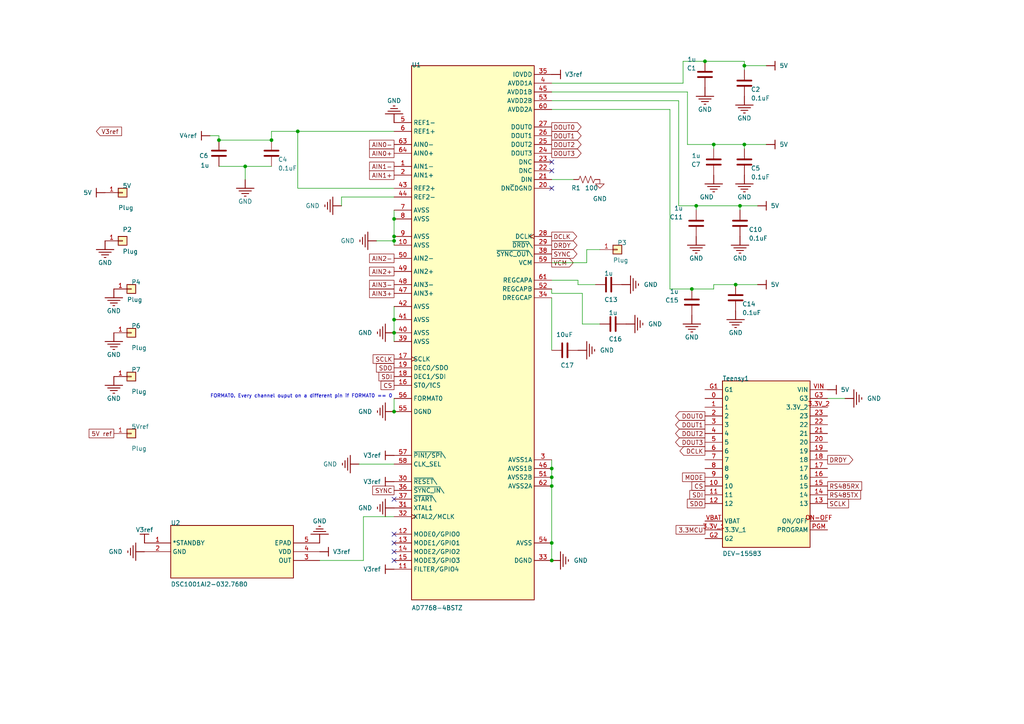
<source format=kicad_sch>
(kicad_sch (version 20211123) (generator eeschema)
  (paper "A4")
  (lib_symbols
    (symbol "0_dsc1001ai2-032.7680:0_DSC1001AI2-032.7680"
      (property "Reference" "U2" (at 7.62 5.08 0))
      (property "Value" "DSC1001AI2-032.7680" (at 7.62 -12.7 0))
      (symbol "0_DSC1001AI2-032.7680_1_0"
        (rectangle (start 43.18 5.08) (end 7.62 -10.16) (stroke (width 0.254)) (fill (type background)))
        (pin input line (at 0 0 0) (length 7.62) (name "*STANDBY") (number "1"))
        (pin passive line (at 0 -2.54 0) (length 7.62) (name "GND") (number "2"))
        (pin output line (at 50.8 -5.08 180) (length 7.62) (name "OUT") (number "3"))
        (pin power_in line (at 50.8 -2.54 180) (length 7.62) (name "VDD") (number "4"))
        (pin passive line (at 50.8 0 180) (length 7.62) (name "EPAD") (number "5"))
      )
    )
    (symbol "Connector_Generic:Conn_01x01" (pin_names (offset 1.016) hide)
      (property "Reference" "J" (at 0 2.54 0))
      (property "Value" "Conn_01x01" (at 0 -2.54 0))
      (symbol "Conn_01x01_1_1"
        (rectangle (start -1.27 0.127) (end 0 -0.127) (stroke (width 0.1524)))
        (rectangle (start -1.27 1.27) (end 1.27 -1.27) (stroke (width 0.254)) (fill (type background)))
        (pin passive line (at -5.08 0 0) (length 3.81) (name "Pin_1") (number "1"))
      )
    )
    (symbol "Device:C" (pin_numbers hide) (pin_names (offset 0.254))
      (property "Reference" "C" (at 0.635 2.54 0))
      (property "Value" "C" (at 0.635 -2.54 0))
      (symbol "C_0_1"
        (polyline (pts (xy -2.032 -0.762) (xy 2.032 -0.762)) (stroke (width 0.508)))
        (polyline (pts (xy -2.032 0.762) (xy 2.032 0.762)) (stroke (width 0.508)))
      )
      (symbol "C_1_1"
        (pin passive line (at 0 3.81 270) (length 2.794) (name "~") (number "1"))
        (pin passive line (at 0 -3.81 90) (length 2.794) (name "~") (number "2"))
      )
    )
    (symbol "Device:R_US" (pin_numbers hide) (pin_names (offset 0))
      (property "Reference" "R" (at 2.54 0 90))
      (property "Value" "R_US" (at -2.54 0 90))
      (symbol "R_US_0_1"
        (polyline (pts (xy 0 -2.286) (xy 0 -2.54)))
        (polyline (pts (xy 0 2.286) (xy 0 2.54)))
        (polyline (pts (xy 0 -0.762) (xy 1.016 -1.143) (xy 0 -1.524) (xy -1.016 -1.905) (xy 0 -2.286)))
        (polyline (pts (xy 0 0.762) (xy 1.016 0.381) (xy 0 0) (xy -1.016 -0.381) (xy 0 -0.762)))
        (polyline (pts (xy 0 2.286) (xy 1.016 1.905) (xy 0 1.524) (xy -1.016 1.143) (xy 0 0.762)))
      )
      (symbol "R_US_1_1"
        (pin passive line (at 0 3.81 270) (length 1.27) (name "~") (number "1"))
        (pin passive line (at 0 -3.81 90) (length 1.27) (name "~") (number "2"))
      )
    )
    (symbol "ad7768-altium-import:5V" (power)
      (property "Reference" "#PWR" (at 0 0 0))
      (property "Value" "5V" (at 0 3.81 0))
      (symbol "5V_0_0"
        (polyline (pts (xy -1.27 -2.54) (xy 1.27 -2.54)) (stroke (width 0.254)))
        (polyline (pts (xy 0 0) (xy 0 -2.54)) (stroke (width 0.254)))
        (pin power_in line (at 0 0 0) (length 0) hide (name "5V") (number ""))
      )
    )
    (symbol "ad7768-altium-import:GND" (power)
      (property "Reference" "#PWR" (at 0 0 0))
      (property "Value" "GND" (at 0 6.35 0))
      (symbol "GND_0_0"
        (polyline (pts (xy -2.54 -2.54) (xy 2.54 -2.54)) (stroke (width 0.254)))
        (polyline (pts (xy -1.778 -3.302) (xy 1.778 -3.302)) (stroke (width 0.254)))
        (polyline (pts (xy -1.016 -4.064) (xy 1.016 -4.064)) (stroke (width 0.254)))
        (polyline (pts (xy -0.254 -4.826) (xy 0.254 -4.826)) (stroke (width 0.254)))
        (polyline (pts (xy 0 0) (xy 0 -2.54)) (stroke (width 0.254)))
        (pin power_in line (at 0 0 0) (length 0) hide (name "GND") (number ""))
      )
    )
    (symbol "ad7768-altium-import:V3ref" (power)
      (property "Reference" "#PWR" (at 0 0 0))
      (property "Value" "V3ref" (at 0 3.81 0))
      (symbol "V3ref_0_0"
        (polyline (pts (xy -1.27 -2.54) (xy 1.27 -2.54)) (stroke (width 0.254)))
        (polyline (pts (xy 0 0) (xy 0 -2.54)) (stroke (width 0.254)))
        (pin power_in line (at 0 0 0) (length 0) hide (name "V3ref") (number ""))
      )
    )
    (symbol "ad7768-altium-import:V4ref" (power)
      (property "Reference" "#PWR" (at 0 0 0))
      (property "Value" "V4ref" (at 0 3.81 0))
      (symbol "V4ref_0_0"
        (polyline (pts (xy -1.27 -2.54) (xy 1.27 -2.54)) (stroke (width 0.254)))
        (polyline (pts (xy 0 0) (xy 0 -2.54)) (stroke (width 0.254)))
        (pin power_in line (at 0 0 0) (length 0) hide (name "V4ref") (number ""))
      )
    )
    (symbol "lib:AD7768-4BSTZ"
      (property "Reference" "U1" (at -17.78 65.532 0))
      (property "Value" "AD7768-4BSTZ" (at -17.78 -91.948 0))
      (symbol "AD7768-4BSTZ_1_0"
        (rectangle (start 17.78 66.04) (end -17.78 -88.9) (stroke (width 0.254)) (fill (type background)))
        (pin input line (at -22.86 36.83 0) (length 5.08) (name "AIN1-") (number "1"))
        (pin input line (at -22.86 13.97 0) (length 5.08) (name "AVSS") (number "10"))
        (pin bidirectional line (at -22.86 -80.01 0) (length 5.08) (name "FILTER/GPIO4") (number "11"))
        (pin bidirectional line (at -22.86 -69.85 0) (length 5.08) (name "MODE0/GPIO0") (number "12"))
        (pin bidirectional line (at -22.86 -72.39 0) (length 5.08) (name "MODE1/GPIO1") (number "13"))
        (pin bidirectional line (at -22.86 -74.93 0) (length 5.08) (name "MODE2/GPIO2") (number "14"))
        (pin bidirectional line (at -22.86 -77.47 0) (length 5.08) (name "MODE3/GPIO3") (number "15"))
        (pin input line (at -22.86 -26.67 0) (length 5.08) (name "ST0/!CS") (number "16"))
        (pin input clock (at -22.86 -19.05 0) (length 5.08) (name "SCLK") (number "17"))
        (pin input line (at -22.86 -24.13 0) (length 5.08) (name "DEC1/SDI") (number "18"))
        (pin bidirectional line (at -22.86 -21.59 0) (length 5.08) (name "DEC0/SDO") (number "19"))
        (pin input line (at -22.86 34.29 0) (length 5.08) (name "AIN1+") (number "2"))
        (pin output line (at 22.86 30.48 180) (length 5.08) (name "DN~{C}DGND") (number "20"))
        (pin output line (at 22.86 33.02 180) (length 5.08) (name "DIN") (number "21"))
        (pin output line (at 22.86 35.56 180) (length 5.08) (name "DNC") (number "22"))
        (pin output line (at 22.86 38.1 180) (length 5.08) (name "DNC") (number "23"))
        (pin output line (at 22.86 40.64 180) (length 5.08) (name "DOUT3") (number "24"))
        (pin output line (at 22.86 43.18 180) (length 5.08) (name "DOUT2") (number "25"))
        (pin output line (at 22.86 45.72 180) (length 5.08) (name "DOUT1") (number "26"))
        (pin output line (at 22.86 48.26 180) (length 5.08) (name "DOUT0") (number "27"))
        (pin output clock (at 22.86 16.51 180) (length 5.08) (name "DCLK") (number "28"))
        (pin output line (at 22.86 13.97 180) (length 5.08) (name "~{DRDY}\\") (number "29"))
        (pin power_in line (at 22.86 -48.26 180) (length 5.08) (name "AVSS1A") (number "3"))
        (pin input line (at -22.86 -54.61 0) (length 5.08) (name "~{RESET}\\") (number "30"))
        (pin input line (at -22.86 -62.23 0) (length 5.08) (name "XTAL1") (number "31"))
        (pin input clock (at -22.86 -64.77 0) (length 5.08) (name "XTAL2/MCLK") (number "32"))
        (pin power_in line (at 22.86 -77.47 180) (length 5.08) (name "DGND") (number "33"))
        (pin output line (at 22.86 -1.27 180) (length 5.08) (name "DREGCAP") (number "34"))
        (pin power_in line (at 22.86 63.5 180) (length 5.08) (name "IOVDD") (number "35"))
        (pin input line (at -22.86 -57.15 0) (length 5.08) (name "~{SYNC_IN}\\") (number "36"))
        (pin input line (at -22.86 -59.69 0) (length 5.08) (name "~{START}\\") (number "37"))
        (pin output line (at 22.86 11.43 180) (length 5.08) (name "~{SYNC_OUT}\\") (number "38"))
        (pin input line (at -22.86 -13.97 0) (length 5.08) (name "AVSS") (number "39"))
        (pin power_in line (at 22.86 60.96 180) (length 5.08) (name "AVDD1A") (number "4"))
        (pin input line (at -22.86 -11.43 0) (length 5.08) (name "AVSS") (number "40"))
        (pin input line (at -22.86 -7.62 0) (length 5.08) (name "AVSS") (number "41"))
        (pin input line (at -22.86 -3.81 0) (length 5.08) (name "AVSS") (number "42"))
        (pin input line (at -22.86 30.48 0) (length 5.08) (name "REF2+") (number "43"))
        (pin input line (at -22.86 27.94 0) (length 5.08) (name "REF2-") (number "44"))
        (pin power_in line (at 22.86 58.42 180) (length 5.08) (name "AVDD1B") (number "45"))
        (pin power_in line (at 22.86 -50.8 180) (length 5.08) (name "AVSS1B") (number "46"))
        (pin input line (at -22.86 0 0) (length 5.08) (name "AIN3+") (number "47"))
        (pin input line (at -22.86 2.54 0) (length 5.08) (name "AIN3-") (number "48"))
        (pin input line (at -22.86 6.35 0) (length 5.08) (name "AIN2+") (number "49"))
        (pin input line (at -22.86 49.53 0) (length 5.08) (name "REF1-") (number "5"))
        (pin input line (at -22.86 10.16 0) (length 5.08) (name "AIN2-") (number "50"))
        (pin power_in line (at 22.86 -53.34 180) (length 5.08) (name "AVSS2B") (number "51"))
        (pin output line (at 22.86 1.27 180) (length 5.08) (name "REGCAPB") (number "52"))
        (pin power_in line (at 22.86 55.88 180) (length 5.08) (name "AVDD2B") (number "53"))
        (pin power_in line (at 22.86 -72.39 180) (length 5.08) (name "AVSS") (number "54"))
        (pin input line (at -22.86 -34.29 0) (length 5.08) (name "DGND") (number "55"))
        (pin input line (at -22.86 -30.48 0) (length 5.08) (name "FORMAT0") (number "56"))
        (pin input line (at -22.86 -46.99 0) (length 5.08) (name "~{PIN!/SPI}\\") (number "57"))
        (pin input line (at -22.86 -49.53 0) (length 5.08) (name "CLK_SEL") (number "58"))
        (pin output line (at 22.86 8.89 180) (length 5.08) (name "VCM") (number "59"))
        (pin input line (at -22.86 46.99 0) (length 5.08) (name "REF1+") (number "6"))
        (pin power_in line (at 22.86 53.34 180) (length 5.08) (name "AVDD2A") (number "60"))
        (pin output line (at 22.86 3.81 180) (length 5.08) (name "REGCAPA") (number "61"))
        (pin power_in line (at 22.86 -55.88 180) (length 5.08) (name "AVSS2A") (number "62"))
        (pin input line (at -22.86 43.18 0) (length 5.08) (name "AIN0-") (number "63"))
        (pin input line (at -22.86 40.64 0) (length 5.08) (name "AIN0+") (number "64"))
        (pin input line (at -22.86 24.13 0) (length 5.08) (name "AVSS") (number "7"))
        (pin input line (at -22.86 21.59 0) (length 5.08) (name "AVSS") (number "8"))
        (pin input line (at -22.86 16.51 0) (length 5.08) (name "AVSS") (number "9"))
      )
    )
    (symbol "lib:teensy4.0"
      (property "Value" "teensy4.0" (at 0 0 0))
      (symbol "teensy4.0_1_0"
        (rectangle (start 12.7 22.86) (end -12.7 -25.4) (stroke (width 0.254)) (fill (type background)))
        (pin bidirectional line (at -17.78 17.78 0) (length 5.08) (name "0") (number "0"))
        (pin bidirectional line (at -17.78 15.24 0) (length 5.08) (name "1") (number "1"))
        (pin bidirectional line (at -17.78 -7.62 0) (length 5.08) (name "10") (number "10"))
        (pin bidirectional line (at -17.78 -10.16 0) (length 5.08) (name "11") (number "11"))
        (pin bidirectional line (at -17.78 -12.7 0) (length 5.08) (name "12") (number "12"))
        (pin bidirectional line (at 17.78 -12.7 180) (length 5.08) (name "13") (number "13"))
        (pin bidirectional line (at 17.78 -10.16 180) (length 5.08) (name "14") (number "14"))
        (pin bidirectional line (at 17.78 -7.62 180) (length 5.08) (name "15") (number "15"))
        (pin bidirectional line (at 17.78 -5.08 180) (length 5.08) (name "16") (number "16"))
        (pin bidirectional line (at 17.78 -2.54 180) (length 5.08) (name "17") (number "17"))
        (pin bidirectional line (at 17.78 0 180) (length 5.08) (name "18") (number "18"))
        (pin bidirectional line (at 17.78 2.54 180) (length 5.08) (name "19") (number "19"))
        (pin bidirectional line (at -17.78 12.7 0) (length 5.08) (name "2") (number "2"))
        (pin bidirectional line (at 17.78 5.08 180) (length 5.08) (name "20") (number "20"))
        (pin bidirectional line (at 17.78 7.62 180) (length 5.08) (name "21") (number "21"))
        (pin bidirectional line (at 17.78 10.16 180) (length 5.08) (name "22") (number "22"))
        (pin bidirectional line (at 17.78 12.7 180) (length 5.08) (name "23") (number "23"))
        (pin bidirectional line (at -17.78 10.16 0) (length 5.08) (name "3") (number "3"))
        (pin power_in line (at -17.78 -20.32 0) (length 5.08) (name "3.3V_1") (number "3.3V_1"))
        (pin power_in line (at 17.78 15.24 180) (length 5.08) (name "3.3V_2") (number "3.3V_2"))
        (pin bidirectional line (at -17.78 7.62 0) (length 5.08) (name "4") (number "4"))
        (pin bidirectional line (at -17.78 5.08 0) (length 5.08) (name "5") (number "5"))
        (pin bidirectional line (at -17.78 2.54 0) (length 5.08) (name "6") (number "6"))
        (pin bidirectional line (at -17.78 0 0) (length 5.08) (name "7") (number "7"))
        (pin bidirectional line (at -17.78 -2.54 0) (length 5.08) (name "8") (number "8"))
        (pin bidirectional line (at -17.78 -5.08 0) (length 5.08) (name "9") (number "9"))
        (pin power_in line (at -17.78 20.32 0) (length 5.08) (name "G1") (number "G1"))
        (pin power_in line (at -17.78 -22.86 0) (length 5.08) (name "G2") (number "G2"))
        (pin power_in line (at 17.78 17.78 180) (length 5.08) (name "G3") (number "G3"))
        (pin bidirectional line (at 17.78 -17.78 180) (length 5.08) (name "ON/OFF") (number "ON-OFF"))
        (pin bidirectional line (at 17.78 -20.32 180) (length 5.08) (name "PROGRAM") (number "PGM"))
        (pin power_in line (at -17.78 -17.78 0) (length 5.08) (name "VBAT") (number "VBAT"))
        (pin power_in line (at 17.78 20.32 180) (length 5.08) (name "VIN") (number "VIN"))
      )
    )
    (symbol "power:GND" (power) (pin_names (offset 0))
      (property "Value" "GND" (at 0 -3.81 0))
      (symbol "GND_0_1"
        (polyline (pts (xy 0 0) (xy 0 -1.27) (xy 1.27 -1.27) (xy 0 -2.54) (xy -1.27 -1.27) (xy 0 -1.27)))
      )
      (symbol "GND_1_1"
        (pin power_in line (at 0 0 270) (length 0) hide (name "GND") (number "1"))
      )
    )
  )
  (junction (at 114.3 68.58))
  (junction (at 215.9 41.91))
  (junction (at 160.02 138.43))
  (junction (at 204.47 17.78))
  (junction (at 207.01 41.91))
  (junction (at 160.02 162.56))
  (junction (at 214.63 59.69))
  (junction (at 201.93 59.69))
  (junction (at 114.3 92.71))
  (junction (at 213.36 82.55))
  (junction (at 63.5 40.64))
  (junction (at 114.3 69.85))
  (junction (at 114.3 96.52))
  (junction (at 78.74 40.64))
  (junction (at 215.9 19.05))
  (junction (at 114.3 63.5))
  (junction (at 71.12 48.26))
  (junction (at 160.02 140.97))
  (junction (at 114.3 119.38))
  (junction (at 160.02 135.89))
  (junction (at 200.66 83.82))
  (junction (at 86.36 38.1))
  (junction (at 160.02 157.48))
  (no_connect (at 160.02 46.99))
  (no_connect (at 160.02 49.53))
  (no_connect (at 114.3 162.56))
  (no_connect (at 114.3 154.94))
  (no_connect (at 114.3 144.78))
  (no_connect (at 114.3 157.48))
  (no_connect (at 160.02 54.61))
  (no_connect (at 114.3 160.02))
  (wire (pts (xy 86.36 38.1) (xy 78.74 38.1)))
  (wire (pts (xy 213.36 82.55) (xy 219.71 82.55)))
  (wire (pts (xy 194.31 83.82) (xy 200.66 83.82)))
  (wire (pts (xy 214.63 60.96) (xy 214.63 59.69)))
  (wire (pts (xy 199.39 26.67) (xy 199.39 41.91)))
  (wire (pts (xy 222.25 41.91) (xy 215.9 41.91)))
  (wire (pts (xy 99.06 57.15) (xy 114.3 57.15)))
  (wire (pts (xy 170.18 72.39) (xy 170.18 76.2)))
  (wire (pts (xy 222.25 19.05) (xy 215.9 19.05)))
  (wire (pts (xy 207.01 43.18) (xy 207.01 41.91)))
  (wire (pts (xy 114.3 88.9) (xy 114.3 92.71)))
  (wire (pts (xy 173.99 72.39) (xy 170.18 72.39)))
  (wire (pts (xy 86.36 38.1) (xy 86.36 54.61)))
  (wire (pts (xy 199.39 41.91) (xy 207.01 41.91)))
  (wire (pts (xy 114.3 68.58) (xy 114.3 69.85)))
  (wire (pts (xy 104.14 134.62) (xy 114.3 134.62)))
  (wire (pts (xy 160.02 86.36) (xy 160.02 101.6)))
  (wire (pts (xy 201.93 60.96) (xy 201.93 59.69)))
  (wire (pts (xy 78.74 40.64) (xy 63.5 40.64)))
  (wire (pts (xy 71.12 48.26) (xy 71.12 52.07)))
  (wire (pts (xy 160.02 31.75) (xy 194.31 31.75)))
  (wire (pts (xy 114.3 60.96) (xy 114.3 63.5)))
  (wire (pts (xy 214.63 59.69) (xy 219.71 59.69)))
  (wire (pts (xy 160.02 85.09) (xy 168.91 85.09)))
  (wire (pts (xy 170.18 76.2) (xy 160.02 76.2)))
  (wire (pts (xy 198.12 24.13) (xy 198.12 17.78)))
  (wire (pts (xy 114.3 96.52) (xy 114.3 99.06)))
  (wire (pts (xy 167.64 82.55) (xy 172.72 82.55)))
  (wire (pts (xy 71.12 48.26) (xy 78.74 48.26)))
  (wire (pts (xy 215.9 17.78) (xy 215.9 19.05)))
  (wire (pts (xy 160.02 138.43) (xy 160.02 140.97)))
  (wire (pts (xy 200.66 83.82) (xy 207.01 83.82)))
  (wire (pts (xy 114.3 69.85) (xy 114.3 71.12)))
  (wire (pts (xy 114.3 63.5) (xy 114.3 68.58)))
  (wire (pts (xy 194.31 31.75) (xy 194.31 83.82)))
  (wire (pts (xy 160.02 81.28) (xy 167.64 81.28)))
  (wire (pts (xy 198.12 17.78) (xy 204.47 17.78)))
  (wire (pts (xy 196.85 59.69) (xy 201.93 59.69)))
  (wire (pts (xy 240.03 115.57) (xy 245.11 115.57)))
  (wire (pts (xy 60.96 39.37) (xy 63.5 39.37)))
  (wire (pts (xy 160.02 157.48) (xy 160.02 162.56)))
  (wire (pts (xy 114.3 38.1) (xy 86.36 38.1)))
  (wire (pts (xy 207.01 82.55) (xy 213.36 82.55)))
  (wire (pts (xy 201.93 59.69) (xy 214.63 59.69)))
  (wire (pts (xy 168.91 85.09) (xy 168.91 93.98)))
  (wire (pts (xy 78.74 38.1) (xy 78.74 40.64)))
  (wire (pts (xy 160.02 24.13) (xy 198.12 24.13)))
  (wire (pts (xy 215.9 19.05) (xy 215.9 20.32)))
  (wire (pts (xy 160.02 83.82) (xy 160.02 85.09)))
  (wire (pts (xy 160.02 52.07) (xy 166.37 52.07)))
  (wire (pts (xy 204.47 17.78) (xy 215.9 17.78)))
  (wire (pts (xy 160.02 26.67) (xy 199.39 26.67)))
  (wire (pts (xy 99.06 59.69) (xy 99.06 57.15)))
  (wire (pts (xy 215.9 41.91) (xy 215.9 43.18)))
  (wire (pts (xy 105.41 149.86) (xy 114.3 149.86)))
  (wire (pts (xy 109.22 69.85) (xy 114.3 69.85)))
  (wire (pts (xy 114.3 115.57) (xy 114.3 119.38)))
  (wire (pts (xy 63.5 48.26) (xy 71.12 48.26)))
  (wire (pts (xy 207.01 83.82) (xy 207.01 82.55)))
  (wire (pts (xy 207.01 41.91) (xy 215.9 41.91)))
  (wire (pts (xy 105.41 162.56) (xy 105.41 149.86)))
  (wire (pts (xy 92.71 162.56) (xy 105.41 162.56)))
  (wire (pts (xy 196.85 29.21) (xy 160.02 29.21)))
  (wire (pts (xy 160.02 135.89) (xy 160.02 138.43)))
  (wire (pts (xy 114.3 92.71) (xy 114.3 96.52)))
  (wire (pts (xy 167.64 81.28) (xy 167.64 82.55)))
  (wire (pts (xy 63.5 39.37) (xy 63.5 40.64)))
  (wire (pts (xy 86.36 54.61) (xy 114.3 54.61)))
  (wire (pts (xy 160.02 140.97) (xy 160.02 157.48)))
  (wire (pts (xy 196.85 59.69) (xy 196.85 29.21)))
  (wire (pts (xy 168.91 93.98) (xy 173.99 93.98)))
  (wire (pts (xy 160.02 133.35) (xy 160.02 135.89)))
  (text "FORMAT0. Every channel ouput on a different pin if FORMAT0 == 0" (at 60.96 115.57 0) (effects (font (size 1.016 1.016)) (justify left bottom)))
  (text "" (at 200.406 35.56 180) (effects (font (size 1.27 1.27)) (justify left bottom)))
  (global_label "AIN0+" (shape passive) (at 114.3 44.45 180) (property "Intersheet References" "${INTERSHEET_REFS}" (effects hide)))
  (global_label "MODE" (shape passive) (at 204.47 138.43 180) (property "Intersheet References" "${INTERSHEET_REFS}" (effects hide)))
  (global_label "SDI" (shape passive) (at 114.3 109.22 180) (property "Intersheet References" "${INTERSHEET_REFS}" (effects hide)))
  (global_label "AIN1-" (shape passive) (at 114.3 48.26 180) (property "Intersheet References" "${INTERSHEET_REFS}" (effects hide)))
  (global_label "DOUT2" (shape output) (at 160.02 41.91 0) (property "Intersheet References" "${INTERSHEET_REFS}" (effects hide)))
  (global_label "DOUT1" (shape output) (at 160.02 39.37 0) (property "Intersheet References" "${INTERSHEET_REFS}" (effects hide)))
  (global_label "DCLK" (shape output) (at 204.47 130.81 180) (property "Intersheet References" "${INTERSHEET_REFS}" (effects hide)))
  (global_label "DCLK" (shape output) (at 160.02 68.58 0) (property "Intersheet References" "${INTERSHEET_REFS}" (effects hide)))
  (global_label "RS485TX" (shape passive) (at 240.03 143.51 0) (property "Intersheet References" "${INTERSHEET_REFS}" (effects hide)))
  (global_label "3.3MCU" (shape passive) (at 204.47 153.67 180) (property "Intersheet References" "${INTERSHEET_REFS}" (effects hide)))
  (global_label "AIN2+" (shape passive) (at 114.3 78.74 180) (property "Intersheet References" "${INTERSHEET_REFS}" (effects hide)))
  (global_label "SDI" (shape passive) (at 204.47 143.51 180) (property "Intersheet References" "${INTERSHEET_REFS}" (effects hide)))
  (global_label "RS485RX" (shape passive) (at 240.03 140.97 0) (property "Intersheet References" "${INTERSHEET_REFS}" (effects hide)))
  (global_label "SDO" (shape passive) (at 204.47 146.05 180) (property "Intersheet References" "${INTERSHEET_REFS}" (effects hide)))
  (global_label "SYNC" (shape output) (at 160.02 73.66 0) (property "Intersheet References" "${INTERSHEET_REFS}" (effects hide)))
  (global_label "CS" (shape passive) (at 114.3 111.76 180) (property "Intersheet References" "${INTERSHEET_REFS}" (effects hide)))
  (global_label "SCLK" (shape passive) (at 240.03 146.05 0) (property "Intersheet References" "${INTERSHEET_REFS}" (effects hide)))
  (global_label "DRDY" (shape output) (at 240.03 133.35 0) (property "Intersheet References" "${INTERSHEET_REFS}" (effects hide)))
  (global_label "AIN0-" (shape passive) (at 114.3 41.91 180) (property "Intersheet References" "${INTERSHEET_REFS}" (effects hide)))
  (global_label "AIN1+" (shape passive) (at 114.3 50.8 180) (property "Intersheet References" "${INTERSHEET_REFS}" (effects hide)))
  (global_label "SCLK" (shape passive) (at 114.3 104.14 180) (property "Intersheet References" "${INTERSHEET_REFS}" (effects hide)))
  (global_label "AIN3-" (shape passive) (at 114.3 82.55 180) (property "Intersheet References" "${INTERSHEET_REFS}" (effects hide)))
  (global_label "AIN3+" (shape passive) (at 114.3 85.09 180) (property "Intersheet References" "${INTERSHEET_REFS}" (effects hide)))
  (global_label "DOUT2" (shape output) (at 204.47 125.73 180) (property "Intersheet References" "${INTERSHEET_REFS}" (effects hide)))
  (global_label "AIN2-" (shape passive) (at 114.3 74.93 180) (property "Intersheet References" "${INTERSHEET_REFS}" (effects hide)))
  (global_label "5V ref" (shape passive) (at 33.02 125.73 180) (property "Intersheet References" "${INTERSHEET_REFS}" (effects hide)))
  (global_label "CS" (shape passive) (at 204.47 140.97 180) (property "Intersheet References" "${INTERSHEET_REFS}" (effects hide)))
  (global_label "DRDY" (shape output) (at 160.02 71.12 0) (property "Intersheet References" "${INTERSHEET_REFS}" (effects hide)))
  (global_label "V3ref" (shape input) (at 27.94 38.1 0) (property "Intersheet References" "${INTERSHEET_REFS}" (effects hide)))
  (global_label "SYNC" (shape passive) (at 114.3 142.24 180) (property "Intersheet References" "${INTERSHEET_REFS}" (effects hide)))
  (global_label "DOUT0" (shape output) (at 160.02 36.83 0) (property "Intersheet References" "${INTERSHEET_REFS}" (effects hide)))
  (global_label "DOUT3" (shape output) (at 160.02 44.45 0) (property "Intersheet References" "${INTERSHEET_REFS}" (effects hide)))
  (global_label "DOUT1" (shape output) (at 204.47 123.19 180) (property "Intersheet References" "${INTERSHEET_REFS}" (effects hide)))
  (global_label "SDO" (shape passive) (at 114.3 106.68 180) (property "Intersheet References" "${INTERSHEET_REFS}" (effects hide)))
  (global_label "DOUT3" (shape output) (at 204.47 128.27 180) (property "Intersheet References" "${INTERSHEET_REFS}" (effects hide)))
  (global_label "DOUT0" (shape output) (at 204.47 120.65 180) (property "Intersheet References" "${INTERSHEET_REFS}" (effects hide)))
  (global_label "VCM" (shape output) (at 160.02 76.2 0) (property "Intersheet References" "${INTERSHEET_REFS}" (effects hide)))
  (symbol (lib_id "ad7768-altium-import:V4ref") (at 60.96 39.37 270) (unit 1)
    (property "Reference" "#PWR?" (effects hide))
    (property "Value" "V4ref" (at 57.15 39.37 90) (effects (justify right)))
  )
  (symbol (lib_id "ad7768-altium-import:GND") (at 114.3 96.52 270) (unit 1)
    (property "Reference" "#PWR?" (effects hide))
    (property "Value" "GND" (at 107.95 96.52 90) (effects (justify right)))
  )
  (symbol (lib_id "Device:C") (at 207.01 46.99 180) (unit 1)
    (property "Reference" "C7" (at 203.2 46.99 0) (effects (justify left bottom)))
    (property "Value" "1u" (at 203.2 44.45 0) (effects (justify left bottom)))
    (property "Footprint" "lib_test:CAPC1608X90N" (effects hide))
    (property "DATASHEET LINK" "https://componentsearchengine.com/Datasheets/1/06031A100FAT2A.pdf" (effects hide))
    (property "HEIGHT" "0.9mm" (effects hide))
    (property "MANUFACTURER_NAME" "AVX" (effects hide))
    (property "MANUFACTURER_PART_NUMBER" "0603YC105MAT4A" (effects hide))
    (property "COMPONENT TYPE" "Standard" (effects hide))
    (property "DESIGN ITEM ID" "0603YC105MAT4A" (effects hide))
    (property "PIN COUNT" "2" (effects hide))
    (property "SOURCE" "workerBoard.SCHLIB" (effects hide))
  )
  (symbol (lib_id "ad7768-altium-import:5V") (at 219.71 82.55 90) (unit 1)
    (property "Reference" "#PWR?" (effects hide))
    (property "Value" "5V" (at 223.52 82.55 90) (effects (justify right)))
  )
  (symbol (lib_id "ad7768-altium-import:GND") (at 33.02 109.22 0) (unit 1)
    (property "Reference" "#PWR?" (effects hide))
    (property "Value" "GND" (at 33.02 115.57 0))
  )
  (symbol (lib_id "ad7768-altium-import:GND") (at 109.22 69.85 270) (unit 1)
    (property "Reference" "#PWR?" (effects hide))
    (property "Value" "GND" (at 102.87 69.85 90) (effects (justify right)))
  )
  (symbol (lib_id "Connector_Generic:Conn_01x01") (at 38.1 83.82 0) (unit 1)
    (property "Reference" "P4" (at 38.1 82.55 0) (effects (justify left bottom)))
    (property "Value" "Plug" (at 36.83 87.63 0) (effects (justify left bottom)))
    (property "Footprint" "lib_test:PIN1" (effects hide))
    (property "LATESTREVISIONDATE" "17-Jul-2002" (effects hide))
    (property "LATESTREVISIONNOTE" "Re-released for DXP Platform." (effects hide))
    (property "PUBLISHER" "Altium Limited" (effects hide))
    (property "COMPONENT TYPE" "Standard" (effects hide))
    (property "DESIGN ITEM ID" "Plug" (effects hide))
    (property "PIN COUNT" "1" (effects hide))
    (property "SOURCE" "workerBoard.SCHLIB" (effects hide))
    (property "SIGNAL INTEGRITY" "Connector" (effects hide))
  )
  (symbol (lib_id "Device:C") (at 200.66 87.63 180) (unit 1)
    (property "Reference" "C15" (at 196.85 86.36 0) (effects (justify left bottom)))
    (property "Value" "1u" (at 196.85 83.82 0) (effects (justify left bottom)))
    (property "Footprint" "lib_test:CAPC1608X90N" (effects hide))
    (property "DATASHEET LINK" "https://componentsearchengine.com/Datasheets/1/06031A100FAT2A.pdf" (effects hide))
    (property "HEIGHT" "0.9mm" (effects hide))
    (property "MANUFACTURER_NAME" "AVX" (effects hide))
    (property "MANUFACTURER_PART_NUMBER" "0603YC105MAT4A" (effects hide))
    (property "COMPONENT TYPE" "Standard" (effects hide))
    (property "DESIGN ITEM ID" "0603YC105MAT4A" (effects hide))
    (property "PIN COUNT" "2" (effects hide))
    (property "SOURCE" "workerBoard.SCHLIB" (effects hide))
  )
  (symbol (lib_id "Device:C") (at 63.5 44.45 180) (unit 1)
    (property "Reference" "C6" (at 60.452 44.45 0) (effects (justify left bottom)))
    (property "Value" "1u" (at 60.706 47.244 0) (effects (justify left bottom)))
    (property "Footprint" "lib_test:CAPC1608X90N" (effects hide))
    (property "DATASHEET LINK" "https://componentsearchengine.com/Datasheets/1/06031A100FAT2A.pdf" (effects hide))
    (property "HEIGHT" "0.9mm" (effects hide))
    (property "MANUFACTURER_NAME" "AVX" (effects hide))
    (property "MANUFACTURER_PART_NUMBER" "0603YC105MAT4A" (effects hide))
    (property "COMPONENT TYPE" "Standard" (effects hide))
    (property "DESIGN ITEM ID" "0603YC105MAT4A" (effects hide))
    (property "PIN COUNT" "2" (effects hide))
    (property "SOURCE" "workerBoard.SCHLIB" (effects hide))
  )
  (symbol (lib_id "Device:R_US") (at 170.18 52.07 90) (unit 1)
    (property "Reference" "R1" (at 168.402 53.7972 90) (effects (justify left bottom)))
    (property "Value" "100" (at 173.482 53.7972 90) (effects (justify left bottom)))
    (property "Footprint" "lib_test:RESC1508X55N" (effects hide))
    (property "PRICE" "None" (effects hide))
    (property "AVAILABILITY" "Unavailable" (effects hide))
    (property "ALTIUM_VALUE" "*" (effects hide))
    (property "MP" "MCT0603MD1000DP500" (effects hide))
    (property "PACKAGE" "None" (effects hide))
    (property "MF" "{'manufacturer': u'Vishay'}" (effects hide))
    (property "COMPONENT TYPE" "Standard" (effects hide))
    (property "DESIGN ITEM ID" "MCT0603MD1000DP500" (effects hide))
    (property "PIN COUNT" "2" (effects hide))
    (property "SOURCE" "workerBoard.SCHLIB" (effects hide))
  )
  (symbol (lib_id "ad7768-altium-import:GND") (at 41.91 160.02 270) (unit 1)
    (property "Reference" "#PWR?" (effects hide))
    (property "Value" "GND" (at 35.56 160.02 90) (effects (justify right)))
  )
  (symbol (lib_id "lib:teensy4.0") (at 222.25 133.35 0) (unit 1)
    (property "Reference" "Teensy1" (at 209.55 110.49 0) (effects (justify left bottom)))
    (property "Value" "DEV-15583" (at 209.55 161.29 0) (effects (justify left bottom)))
    (property "Footprint" "MODULE_DEV-15583" (effects hide))
    (property "ALTIUM_VALUE" "*" (effects hide))
    (property "PACKAGE" "None" (effects hide))
    (property "MF" "SparkFun Electronics" (effects hide))
    (property "DIGI-KEY_PART_NUMBER" "1568-DEV-15583-ND" (effects hide))
    (property "DIGI-KEY_PURCHASE_URL" "https://www.digikey.com/product-detail/en/sparkfun-electronics/DEV-15583/1568-DEV-15583-ND/10384551?utm_source=snapeda&utm_medium=aggregator&utm_campaign=symbol" (effects hide))
    (property "MP" "DEV-15583" (effects hide))
    (property "SNAPEDA_LINK" "https://www.snapeda.com/parts/DEV-15583/SparkFun%20Electronics/view-part/4001229/?ref=snap" (effects hide))
    (property "COMPONENT TYPE" "Standard" (effects hide))
    (property "DESIGN ITEM ID" "DEV-15583" (effects hide))
    (property "PIN COUNT" "33" (effects hide))
    (property "SOURCE" "workerBoard.SCHLIB" (effects hide))
  )
  (symbol (lib_id "ad7768-altium-import:GND") (at 99.06 59.69 270) (unit 1)
    (property "Reference" "#PWR?" (effects hide))
    (property "Value" "GND" (at 92.71 59.69 90) (effects (justify right)))
  )
  (symbol (lib_id "ad7768-altium-import:5V") (at 222.25 19.05 90) (unit 1)
    (property "Reference" "#PWR?" (effects hide))
    (property "Value" "5V" (at 226.06 19.05 90) (effects (justify right)))
  )
  (symbol (lib_id "Connector_Generic:Conn_01x01") (at 38.1 109.22 0) (unit 1)
    (property "Reference" "P7" (at 38.1 107.95 0) (effects (justify left bottom)))
    (property "Value" "Plug" (at 38.1 114.3 0) (effects (justify left bottom)))
    (property "Footprint" "PIN1" (effects hide))
    (property "LATESTREVISIONDATE" "17-Jul-2002" (effects hide))
    (property "LATESTREVISIONNOTE" "Re-released for DXP Platform." (effects hide))
    (property "PUBLISHER" "Altium Limited" (effects hide))
    (property "COMPONENT TYPE" "Standard" (effects hide))
    (property "DESIGN ITEM ID" "Plug" (effects hide))
    (property "PIN COUNT" "1" (effects hide))
    (property "SOURCE" "workerBoard.SCHLIB" (effects hide))
    (property "SIGNAL INTEGRITY" "Connector" (effects hide))
  )
  (symbol (lib_id "Connector_Generic:Conn_01x01") (at 38.1 96.52 0) (unit 1)
    (property "Reference" "P6" (at 38.1 95.25 0) (effects (justify left bottom)))
    (property "Value" "Plug" (at 38.1 101.6 0) (effects (justify left bottom)))
    (property "Footprint" "PIN1" (effects hide))
    (property "LATESTREVISIONDATE" "17-Jul-2002" (effects hide))
    (property "LATESTREVISIONNOTE" "Re-released for DXP Platform." (effects hide))
    (property "PUBLISHER" "Altium Limited" (effects hide))
    (property "COMPONENT TYPE" "Standard" (effects hide))
    (property "DESIGN ITEM ID" "Plug" (effects hide))
    (property "PIN COUNT" "1" (effects hide))
    (property "SOURCE" "workerBoard.SCHLIB" (effects hide))
    (property "SIGNAL INTEGRITY" "Connector" (effects hide))
  )
  (symbol (lib_id "ad7768-altium-import:GND") (at 167.64 101.6 90) (unit 1)
    (property "Reference" "#PWR?" (effects hide))
    (property "Value" "GND" (at 173.99 101.6 90) (effects (justify right)))
  )
  (symbol (lib_id "ad7768-altium-import:5V") (at 222.25 41.91 90) (unit 1)
    (property "Reference" "#PWR?" (effects hide))
    (property "Value" "5V" (at 226.06 41.91 90) (effects (justify right)))
  )
  (symbol (lib_id "ad7768-altium-import:V3ref") (at 160.02 21.59 90) (unit 1)
    (property "Reference" "#PWR?" (effects hide))
    (property "Value" "V3ref" (at 163.83 21.59 90) (effects (justify right)))
  )
  (symbol (lib_id "Device:C") (at 213.36 86.36 0) (unit 1)
    (property "Reference" "C14" (at 215.265 88.9 0) (effects (justify left bottom)))
    (property "Value" "0.1uF" (at 215.265 91.44 0) (effects (justify left bottom)))
    (property "Footprint" "lib_test:CAPC1608X90N" (effects hide))
    (property "PRICE" "None" (effects hide))
    (property "AVAILABILITY" "Unavailable" (effects hide))
    (property "ALTIUM_VALUE" "*" (effects hide))
    (property "MP" "06033D104KAT2A" (effects hide))
    (property "PACKAGE" "None" (effects hide))
    (property "MF" "{'manufacturer': u'AVX'}" (effects hide))
    (property "COMPONENT TYPE" "Standard" (effects hide))
    (property "DESIGN ITEM ID" "06033D104KAT2A" (effects hide))
    (property "PIN COUNT" "2" (effects hide))
    (property "SOURCE" "workerBoard.SCHLIB" (effects hide))
  )
  (symbol (lib_id "ad7768-altium-import:GND") (at 71.12 52.07 0) (unit 1)
    (property "Reference" "#PWR?" (effects hide))
    (property "Value" "GND" (at 71.12 58.42 0))
  )
  (symbol (lib_id "Device:C") (at 177.8 93.98 270) (unit 1)
    (property "Reference" "C16" (at 176.53 99.06 90) (effects (justify left bottom)))
    (property "Value" "1u" (at 176.53 91.44 90) (effects (justify left bottom)))
    (property "Footprint" "lib_test:CAPC1608X90N" (effects hide))
    (property "DATASHEET LINK" "https://componentsearchengine.com/Datasheets/1/06031A100FAT2A.pdf" (effects hide))
    (property "HEIGHT" "0.9mm" (effects hide))
    (property "MANUFACTURER_NAME" "AVX" (effects hide))
    (property "MANUFACTURER_PART_NUMBER" "0603YC105MAT4A" (effects hide))
    (property "COMPONENT TYPE" "Standard" (effects hide))
    (property "DESIGN ITEM ID" "0603YC105MAT4A" (effects hide))
    (property "PIN COUNT" "2" (effects hide))
    (property "SOURCE" "workerBoard.SCHLIB" (effects hide))
  )
  (symbol (lib_id "Device:C") (at 215.9 24.13 0) (unit 1)
    (property "Reference" "C2" (at 217.805 26.67 0) (effects (justify left bottom)))
    (property "Value" "0.1uF" (at 217.805 29.21 0) (effects (justify left bottom)))
    (property "Footprint" "lib_test:CAPC1608X90N" (effects hide))
    (property "PRICE" "None" (effects hide))
    (property "AVAILABILITY" "Unavailable" (effects hide))
    (property "ALTIUM_VALUE" "*" (effects hide))
    (property "MP" "06033D104KAT2A" (effects hide))
    (property "PACKAGE" "None" (effects hide))
    (property "MF" "{'manufacturer': u'AVX'}" (effects hide))
    (property "COMPONENT TYPE" "Standard" (effects hide))
    (property "DESIGN ITEM ID" "06033D104KAT2A" (effects hide))
    (property "PIN COUNT" "2" (effects hide))
    (property "SOURCE" "workerBoard.SCHLIB" (effects hide))
  )
  (symbol (lib_id "Device:C") (at 214.63 64.77 0) (unit 1)
    (property "Reference" "C10" (at 217.17 67.31 0) (effects (justify left bottom)))
    (property "Value" "0.1uF" (at 217.17 69.85 0) (effects (justify left bottom)))
    (property "Footprint" "lib_test:CAPC1608X90N" (effects hide))
    (property "PRICE" "None" (effects hide))
    (property "AVAILABILITY" "Unavailable" (effects hide))
    (property "ALTIUM_VALUE" "*" (effects hide))
    (property "MP" "06033D104KAT2A" (effects hide))
    (property "PACKAGE" "None" (effects hide))
    (property "MF" "{'manufacturer': u'AVX'}" (effects hide))
    (property "COMPONENT TYPE" "Standard" (effects hide))
    (property "DESIGN ITEM ID" "06033D104KAT2A" (effects hide))
    (property "PIN COUNT" "2" (effects hide))
    (property "SOURCE" "workerBoard.SCHLIB" (effects hide))
  )
  (symbol (lib_id "ad7768-altium-import:GND") (at 114.3 147.32 270) (unit 1)
    (property "Reference" "#PWR?" (effects hide))
    (property "Value" "GND" (at 107.95 147.32 90) (effects (justify right)))
  )
  (symbol (lib_id "Device:C") (at 78.74 44.45 0) (unit 1)
    (property "Reference" "C4" (at 80.645 46.99 0) (effects (justify left bottom)))
    (property "Value" "0.1uF" (at 80.645 49.53 0) (effects (justify left bottom)))
    (property "Footprint" "lib_test:CAPC1608X90N" (effects hide))
    (property "PRICE" "None" (effects hide))
    (property "AVAILABILITY" "Unavailable" (effects hide))
    (property "ALTIUM_VALUE" "*" (effects hide))
    (property "MP" "06033D104KAT2A" (effects hide))
    (property "PACKAGE" "None" (effects hide))
    (property "MF" "{'manufacturer': u'AVX'}" (effects hide))
    (property "COMPONENT TYPE" "Standard" (effects hide))
    (property "DESIGN ITEM ID" "06033D104KAT2A" (effects hide))
    (property "PIN COUNT" "2" (effects hide))
    (property "SOURCE" "workerBoard.SCHLIB" (effects hide))
  )
  (symbol (lib_id "ad7768-altium-import:5V") (at 219.71 59.69 90) (unit 1)
    (property "Reference" "#PWR?" (effects hide))
    (property "Value" "5V" (at 223.52 59.69 90) (effects (justify right)))
  )
  (symbol (lib_id "lib:AD7768-4BSTZ") (at 137.16 85.09 0) (unit 1)
    (property "Reference" "U1" (at 119.38 19.558 0) (effects (justify left bottom)))
    (property "Value" "AD7768-4BSTZ" (at 119.38 177.038 0) (effects (justify left bottom)))
    (property "Footprint" "lib_test:QFP50P1200X1200X160-64N" (effects hide))
    (property "DIGI-KEY_PURCHASE_URL" "https://www.digikey.com/product-detail/en/analog-devices-inc/AD7768-4BSTZ/AD7768-4BSTZ-ND/6072260?utm_source=snapeda&utm_medium=aggregator&utm_campaign=symbol" (effects hide))
    (property "PACKAGE" "LQFP -64 Analog Devices" (effects hide))
    (property "SNAPEDA_LINK" "https://www.snapeda.com/parts/AD7768-4BSTZ/Analog%20Devices%20Inc./view-part/501603/?ref=snap" (effects hide))
    (property "MF" "Analog Devices" (effects hide))
    (property "ALTIUM_VALUE" "*" (effects hide))
    (property "MP" "AD7768-4BSTZ" (effects hide))
    (property "DIGI-KEY_PART_NUMBER" "AD7768-4BSTZ-ND" (effects hide))
    (property "COMPONENT TYPE" "Standard" (effects hide))
    (property "DESIGN ITEM ID" "AD7768-4BSTZ" (effects hide))
    (property "PIN COUNT" "64" (effects hide))
    (property "SOURCE" "workerBoard.SCHLIB" (effects hide))
  )
  (symbol (lib_id "ad7768-altium-import:GND") (at 213.36 90.17 0) (unit 1)
    (property "Reference" "#PWR?" (effects hide))
    (property "Value" "GND" (at 213.36 96.52 0))
  )
  (symbol (lib_id "Connector_Generic:Conn_01x01") (at 179.07 72.39 0) (unit 1)
    (property "Reference" "P3" (at 179.07 71.12 0) (effects (justify left bottom)))
    (property "Value" "Plug" (at 177.8 76.2 0) (effects (justify left bottom)))
    (property "Footprint" "lib_test:PIN1" (effects hide))
    (property "LATESTREVISIONDATE" "17-Jul-2002" (effects hide))
    (property "LATESTREVISIONNOTE" "Re-released for DXP Platform." (effects hide))
    (property "PUBLISHER" "Altium Limited" (effects hide))
    (property "COMPONENT TYPE" "Standard" (effects hide))
    (property "DESIGN ITEM ID" "Plug" (effects hide))
    (property "PIN COUNT" "1" (effects hide))
    (property "SOURCE" "workerBoard.SCHLIB" (effects hide))
    (property "SIGNAL INTEGRITY" "Connector" (effects hide))
  )
  (symbol (lib_id "ad7768-altium-import:V3ref") (at 114.3 132.08 270) (unit 1)
    (property "Reference" "#PWR?" (effects hide))
    (property "Value" "V3ref" (at 110.49 132.08 90) (effects (justify right)))
  )
  (symbol (lib_id "ad7768-altium-import:GND") (at 92.71 157.48 180) (unit 1)
    (property "Reference" "#PWR?" (effects hide))
    (property "Value" "GND" (at 92.71 151.13 0))
  )
  (symbol (lib_id "ad7768-altium-import:GND") (at 245.11 115.57 90) (unit 1)
    (property "Reference" "#PWR?" (effects hide))
    (property "Value" "GND" (at 251.46 115.57 90) (effects (justify right)))
  )
  (symbol (lib_id "ad7768-altium-import:V3ref") (at 41.91 157.48 180) (unit 1)
    (property "Reference" "#PWR?" (effects hide))
    (property "Value" "V3ref" (at 41.91 153.67 0))
  )
  (symbol (lib_id "ad7768-altium-import:5V") (at 30.48 55.88 270) (unit 1)
    (property "Reference" "#PWR?" (effects hide))
    (property "Value" "5V" (at 26.67 55.88 90) (effects (justify right)))
  )
  (symbol (lib_id "ad7768-altium-import:GND") (at 33.02 83.82 0) (unit 1)
    (property "Reference" "#PWR?" (effects hide))
    (property "Value" "GND" (at 33.02 90.17 0))
  )
  (symbol (lib_id "ad7768-altium-import:GND") (at 180.34 82.55 90) (unit 1)
    (property "Reference" "#PWR?" (effects hide))
    (property "Value" "GND" (at 186.69 82.55 90) (effects (justify right)))
  )
  (symbol (lib_id "0_dsc1001ai2-032.7680:0_DSC1001AI2-032.7680") (at 41.91 157.48 0) (unit 1)
    (property "Reference" "U2" (at 49.53 152.4 0) (effects (justify left bottom)))
    (property "Value" "DSC1001AI2-032.7680" (at 49.53 170.18 0) (effects (justify left bottom)))
    (property "Footprint" "lib_test:DFN4_7X5_MCH" (effects hide))
  )
  (symbol (lib_id "ad7768-altium-import:GND") (at 215.9 50.8 0) (unit 1)
    (property "Reference" "#PWR?" (effects hide))
    (property "Value" "GND" (at 215.9 57.15 0))
  )
  (symbol (lib_id "Device:C") (at 201.93 64.77 180) (unit 1)
    (property "Reference" "C11" (at 198.12 62.23 0) (effects (justify left bottom)))
    (property "Value" "1u" (at 198.12 59.69 0) (effects (justify left bottom)))
    (property "Footprint" "lib_test:CAPC1608X90N" (effects hide))
    (property "DATASHEET LINK" "https://componentsearchengine.com/Datasheets/1/06031A100FAT2A.pdf" (effects hide))
    (property "HEIGHT" "0.9mm" (effects hide))
    (property "MANUFACTURER_NAME" "AVX" (effects hide))
    (property "MANUFACTURER_PART_NUMBER" "0603YC105MAT4A" (effects hide))
    (property "COMPONENT TYPE" "Standard" (effects hide))
    (property "DESIGN ITEM ID" "0603YC105MAT4A" (effects hide))
    (property "PIN COUNT" "2" (effects hide))
    (property "SOURCE" "workerBoard.SCHLIB" (effects hide))
  )
  (symbol (lib_id "Device:C") (at 176.53 82.55 270) (unit 1)
    (property "Reference" "C13" (at 175.26 87.63 90) (effects (justify left bottom)))
    (property "Value" "1u" (at 175.26 80.01 90) (effects (justify left bottom)))
    (property "Footprint" "lib_test:CAPC1608X90N" (effects hide))
    (property "DATASHEET LINK" "https://componentsearchengine.com/Datasheets/1/06031A100FAT2A.pdf" (effects hide))
    (property "HEIGHT" "0.9mm" (effects hide))
    (property "MANUFACTURER_NAME" "AVX" (effects hide))
    (property "MANUFACTURER_PART_NUMBER" "0603YC105MAT4A" (effects hide))
    (property "COMPONENT TYPE" "Standard" (effects hide))
    (property "DESIGN ITEM ID" "0603YC105MAT4A" (effects hide))
    (property "PIN COUNT" "2" (effects hide))
    (property "SOURCE" "workerBoard.SCHLIB" (effects hide))
  )
  (symbol (lib_id "Connector_Generic:Conn_01x01") (at 35.56 69.85 0) (unit 1)
    (property "Reference" "P2" (at 35.56 67.31 0) (effects (justify left bottom)))
    (property "Value" "Plug" (at 35.56 73.66 0) (effects (justify left bottom)))
    (property "Footprint" "lib_test:PIN1" (effects hide))
    (property "LATESTREVISIONDATE" "17-Jul-2002" (effects hide))
    (property "LATESTREVISIONNOTE" "Re-released for DXP Platform." (effects hide))
    (property "PUBLISHER" "Altium Limited" (effects hide))
    (property "COMPONENT TYPE" "Standard" (effects hide))
    (property "DESIGN ITEM ID" "Plug" (effects hide))
    (property "PIN COUNT" "1" (effects hide))
    (property "SOURCE" "workerBoard.SCHLIB" (effects hide))
    (property "SIGNAL INTEGRITY" "Connector" (effects hide))
  )
  (symbol (lib_id "Device:C") (at 215.9 46.99 0) (unit 1)
    (property "Reference" "C5" (at 217.805 49.53 0) (effects (justify left bottom)))
    (property "Value" "0.1uF" (at 217.805 52.07 0) (effects (justify left bottom)))
    (property "Footprint" "lib_test:CAPC1608X90N" (effects hide))
    (property "PRICE" "None" (effects hide))
    (property "AVAILABILITY" "Unavailable" (effects hide))
    (property "ALTIUM_VALUE" "*" (effects hide))
    (property "MP" "06033D104KAT2A" (effects hide))
    (property "PACKAGE" "None" (effects hide))
    (property "MF" "{'manufacturer': u'AVX'}" (effects hide))
    (property "COMPONENT TYPE" "Standard" (effects hide))
    (property "DESIGN ITEM ID" "06033D104KAT2A" (effects hide))
    (property "PIN COUNT" "2" (effects hide))
    (property "SOURCE" "workerBoard.SCHLIB" (effects hide))
  )
  (symbol (lib_id "ad7768-altium-import:GND") (at 104.14 134.62 270) (unit 1)
    (property "Reference" "#PWR?" (effects hide))
    (property "Value" "GND" (at 97.79 134.62 90) (effects (justify right)))
  )
  (symbol (lib_id "ad7768-altium-import:GND") (at 214.63 68.58 0) (unit 1)
    (property "Reference" "#PWR?" (effects hide))
    (property "Value" "GND" (at 214.63 74.93 0))
  )
  (symbol (lib_id "ad7768-altium-import:GND") (at 114.3 35.56 180) (unit 1)
    (property "Reference" "#PWR?" (effects hide))
    (property "Value" "GND" (at 114.3 29.21 0))
  )
  (symbol (lib_id "ad7768-altium-import:GND") (at 33.02 96.52 0) (unit 1)
    (property "Reference" "#PWR?" (effects hide))
    (property "Value" "GND" (at 33.02 102.87 0))
  )
  (symbol (lib_id "Connector_Generic:Conn_01x01") (at 38.1 125.73 0) (unit 1)
    (property "Reference" "5Vref" (at 38.1 124.46 0) (effects (justify left bottom)))
    (property "Value" "Plug" (at 38.1 130.81 0) (effects (justify left bottom)))
    (property "Footprint" "lib_test:PIN1" (effects hide))
    (property "LATESTREVISIONDATE" "17-Jul-2002" (effects hide))
    (property "LATESTREVISIONNOTE" "Re-released for DXP Platform." (effects hide))
    (property "PUBLISHER" "Altium Limited" (effects hide))
    (property "COMPONENT TYPE" "Standard" (effects hide))
    (property "DESIGN ITEM ID" "Plug" (effects hide))
    (property "PIN COUNT" "1" (effects hide))
    (property "SOURCE" "workerBoard.SCHLIB" (effects hide))
    (property "SIGNAL INTEGRITY" "Connector" (effects hide))
  )
  (symbol (lib_id "Device:C") (at 204.47 21.59 180) (unit 1)
    (property "Reference" "C1" (at 201.93 19.05 0) (effects (justify left bottom)))
    (property "Value" "1u" (at 201.93 16.51 0) (effects (justify left bottom)))
    (property "Footprint" "lib_test:CAPC1608X90N" (effects hide))
    (property "DATASHEET LINK" "https://componentsearchengine.com/Datasheets/1/06031A100FAT2A.pdf" (effects hide))
    (property "HEIGHT" "0.9mm" (effects hide))
    (property "MANUFACTURER_NAME" "AVX" (effects hide))
    (property "MANUFACTURER_PART_NUMBER" "0603YC105MAT4A" (effects hide))
    (property "COMPONENT TYPE" "Standard" (effects hide))
    (property "DESIGN ITEM ID" "0603YC105MAT4A" (effects hide))
    (property "PIN COUNT" "2" (effects hide))
    (property "SOURCE" "workerBoard.SCHLIB" (effects hide))
  )
  (symbol (lib_id "ad7768-altium-import:V3ref") (at 92.71 160.02 90) (unit 1)
    (property "Reference" "#PWR?" (effects hide))
    (property "Value" "V3ref" (at 96.52 160.02 90) (effects (justify right)))
  )
  (symbol (lib_id "power:GND") (at 173.99 52.07 0) (unit 1)
    (property "Reference" "#PWR0103" (effects hide))
    (property "Value" "GND" (at 173.99 57.658 0))
  )
  (symbol (lib_id "ad7768-altium-import:5V") (at 240.03 113.03 90) (unit 1)
    (property "Reference" "#PWR?" (effects hide))
    (property "Value" "5V" (at 243.84 113.03 90) (effects (justify right)))
  )
  (symbol (lib_id "ad7768-altium-import:GND") (at 160.02 162.56 90) (unit 1)
    (property "Reference" "#PWR?" (effects hide))
    (property "Value" "GND" (at 166.37 162.56 90) (effects (justify right)))
  )
  (symbol (lib_id "ad7768-altium-import:GND") (at 30.48 69.85 0) (unit 1)
    (property "Reference" "#PWR?" (effects hide))
    (property "Value" "GND" (at 30.48 76.2 0))
  )
  (symbol (lib_id "ad7768-altium-import:GND") (at 204.47 25.4 0) (unit 1)
    (property "Reference" "#PWR?" (effects hide))
    (property "Value" "GND" (at 204.47 31.75 0))
  )
  (symbol (lib_id "Connector_Generic:Conn_01x01") (at 35.56 55.88 0) (unit 1)
    (property "Reference" "5V" (at 35.56 54.61 0) (effects (justify left bottom)))
    (property "Value" "Plug" (at 34.29 60.96 0) (effects (justify left bottom)))
    (property "Footprint" "lib_test:PIN1" (effects hide))
    (property "LATESTREVISIONDATE" "17-Jul-2002" (effects hide))
    (property "LATESTREVISIONNOTE" "Re-released for DXP Platform." (effects hide))
    (property "PUBLISHER" "Altium Limited" (effects hide))
    (property "COMPONENT TYPE" "Standard" (effects hide))
    (property "DESIGN ITEM ID" "Plug" (effects hide))
    (property "PIN COUNT" "1" (effects hide))
    (property "SOURCE" "workerBoard.SCHLIB" (effects hide))
    (property "SIGNAL INTEGRITY" "Connector" (effects hide))
  )
  (symbol (lib_id "ad7768-altium-import:GND") (at 181.61 93.98 90) (unit 1)
    (property "Reference" "#PWR?" (effects hide))
    (property "Value" "GND" (at 187.96 93.98 90) (effects (justify right)))
  )
  (symbol (lib_id "ad7768-altium-import:V3ref") (at 114.3 139.7 270) (unit 1)
    (property "Reference" "#PWR?" (effects hide))
    (property "Value" "V3ref" (at 110.49 139.7 90) (effects (justify right)))
  )
  (symbol (lib_id "ad7768-altium-import:GND") (at 114.3 119.38 270) (unit 1)
    (property "Reference" "#PWR?" (effects hide))
    (property "Value" "GND" (at 107.95 119.38 90) (effects (justify right)))
  )
  (symbol (lib_id "Device:C") (at 163.83 101.6 270) (unit 1)
    (property "Reference" "C17" (at 162.56 106.68 90) (effects (justify left bottom)))
    (property "Value" "10uF" (at 161.29 97.79 90) (effects (justify left bottom)))
    (property "Footprint" "lib_test:CAPC1608X9N" (effects hide))
    (property "PRICE" "None" (effects hide))
    (property "AVAILABILITY" "Unavailable" (effects hide))
    (property "ALTIUM_VALUE" "*" (effects hide))
    (property "MP" "GRT188R61A106ME13D" (effects hide))
    (property "PACKAGE" "None" (effects hide))
    (property "MF" "{'manufacturer': u'Murata'}" (effects hide))
    (property "COMPONENT TYPE" "Standard" (effects hide))
    (property "DESIGN ITEM ID" "GRT188R61A106ME13D" (effects hide))
    (property "PIN COUNT" "2" (effects hide))
    (property "SOURCE" "workerBoard.SCHLIB" (effects hide))
  )
  (symbol (lib_id "ad7768-altium-import:GND") (at 200.66 91.44 0) (unit 1)
    (property "Reference" "#PWR?" (effects hide))
    (property "Value" "GND" (at 200.66 97.79 0))
  )
  (symbol (lib_id "ad7768-altium-import:GND") (at 207.01 50.8 0) (unit 1)
    (property "Reference" "#PWR?" (effects hide))
    (property "Value" "GND" (at 207.01 57.15 0) (effects (justify right)))
  )
  (symbol (lib_id "ad7768-altium-import:V3ref") (at 114.3 165.1 270) (unit 1)
    (property "Reference" "#PWR?" (effects hide))
    (property "Value" "V3ref" (at 110.49 165.1 90) (effects (justify right)))
  )
  (symbol (lib_id "ad7768-altium-import:GND") (at 201.93 68.58 0) (unit 1)
    (property "Reference" "#PWR?" (effects hide))
    (property "Value" "GND" (at 201.93 74.93 0))
  )
  (symbol (lib_id "ad7768-altium-import:GND") (at 215.9 27.94 0) (unit 1)
    (property "Reference" "#PWR?" (effects hide))
    (property "Value" "GND" (at 215.9 34.29 0))
  )
)
</source>
